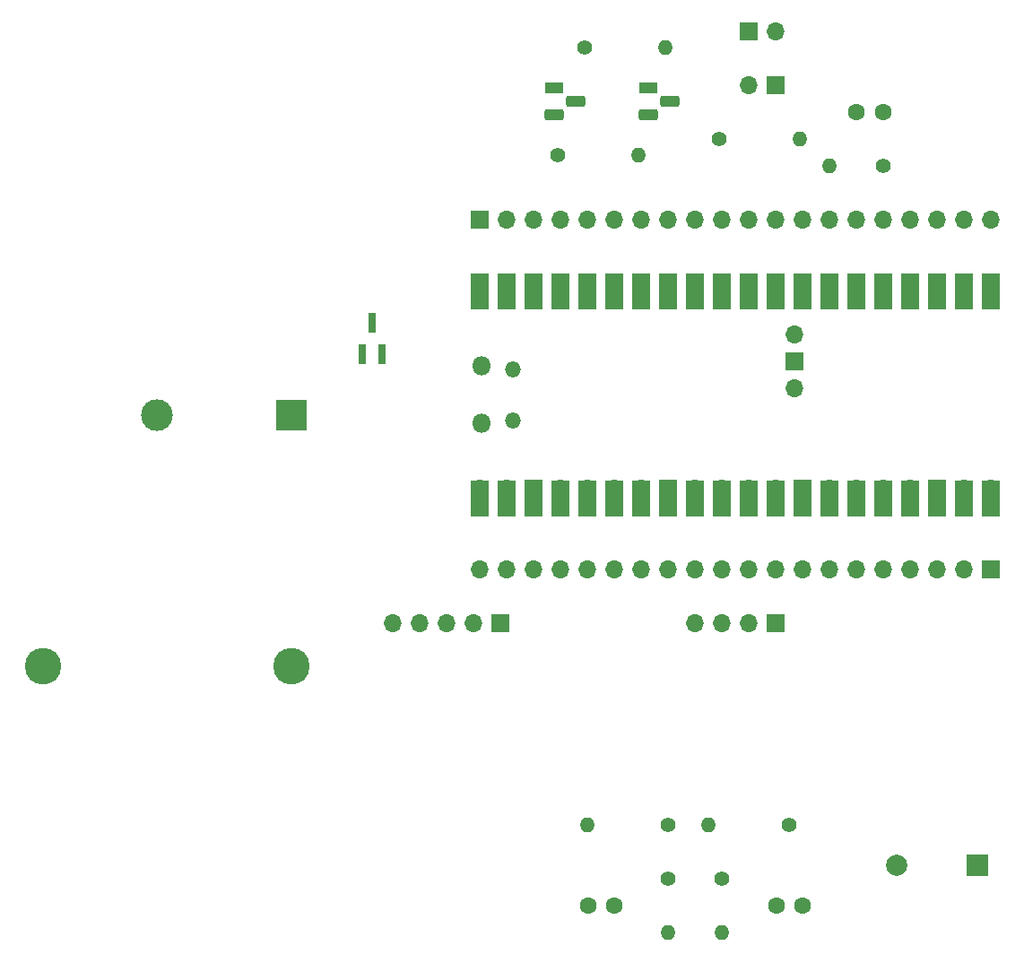
<source format=gts>
G04 #@! TF.GenerationSoftware,KiCad,Pcbnew,7.0.7*
G04 #@! TF.CreationDate,2023-09-14T12:08:29+02:00*
G04 #@! TF.ProjectId,pulsoximeter,70756c73-6f78-4696-9d65-7465722e6b69,rev?*
G04 #@! TF.SameCoordinates,Original*
G04 #@! TF.FileFunction,Soldermask,Top*
G04 #@! TF.FilePolarity,Negative*
%FSLAX46Y46*%
G04 Gerber Fmt 4.6, Leading zero omitted, Abs format (unit mm)*
G04 Created by KiCad (PCBNEW 7.0.7) date 2023-09-14 12:08:29*
%MOMM*%
%LPD*%
G01*
G04 APERTURE LIST*
G04 Aperture macros list*
%AMRoundRect*
0 Rectangle with rounded corners*
0 $1 Rounding radius*
0 $2 $3 $4 $5 $6 $7 $8 $9 X,Y pos of 4 corners*
0 Add a 4 corners polygon primitive as box body*
4,1,4,$2,$3,$4,$5,$6,$7,$8,$9,$2,$3,0*
0 Add four circle primitives for the rounded corners*
1,1,$1+$1,$2,$3*
1,1,$1+$1,$4,$5*
1,1,$1+$1,$6,$7*
1,1,$1+$1,$8,$9*
0 Add four rect primitives between the rounded corners*
20,1,$1+$1,$2,$3,$4,$5,0*
20,1,$1+$1,$4,$5,$6,$7,0*
20,1,$1+$1,$6,$7,$8,$9,0*
20,1,$1+$1,$8,$9,$2,$3,0*%
G04 Aperture macros list end*
%ADD10R,1.700000X1.700000*%
%ADD11O,1.700000X1.700000*%
%ADD12C,1.400000*%
%ADD13O,1.400000X1.400000*%
%ADD14C,1.600000*%
%ADD15R,0.800000X1.900000*%
%ADD16O,1.800000X1.800000*%
%ADD17O,1.500000X1.500000*%
%ADD18R,1.700000X3.500000*%
%ADD19R,1.800000X1.100000*%
%ADD20RoundRect,0.275000X-0.625000X0.275000X-0.625000X-0.275000X0.625000X-0.275000X0.625000X0.275000X0*%
%ADD21R,2.000000X2.000000*%
%ADD22C,2.000000*%
%ADD23C,3.450000*%
%ADD24R,3.000000X3.000000*%
%ADD25C,3.000000*%
G04 APERTURE END LIST*
D10*
X93345000Y-119380000D03*
D11*
X90805000Y-119380000D03*
X88265000Y-119380000D03*
X85725000Y-119380000D03*
X83185000Y-119380000D03*
D10*
X139700000Y-114300000D03*
D11*
X137160000Y-114300000D03*
X134620000Y-114300000D03*
X132080000Y-114300000D03*
X129540000Y-114300000D03*
X127000000Y-114300000D03*
X124460000Y-114300000D03*
X121920000Y-114300000D03*
X119380000Y-114300000D03*
X116840000Y-114300000D03*
X114300000Y-114300000D03*
X111760000Y-114300000D03*
X109220000Y-114300000D03*
X106680000Y-114300000D03*
X104140000Y-114300000D03*
X101600000Y-114300000D03*
X99060000Y-114300000D03*
X96520000Y-114300000D03*
X93980000Y-114300000D03*
X91440000Y-114300000D03*
D12*
X109220000Y-138430000D03*
D13*
X101600000Y-138430000D03*
D12*
X98835000Y-75155000D03*
D13*
X106455000Y-75155000D03*
D12*
X114075000Y-73660000D03*
D13*
X121695000Y-73660000D03*
D12*
X114300000Y-143510000D03*
D13*
X114300000Y-148590000D03*
D14*
X101640000Y-146050000D03*
X104140000Y-146050000D03*
D15*
X80330000Y-93980000D03*
X82230000Y-93980000D03*
X81280000Y-90980000D03*
D12*
X109220000Y-143510000D03*
D13*
X109220000Y-148590000D03*
D16*
X91570000Y-100515000D03*
D17*
X94600000Y-100215000D03*
X94600000Y-95365000D03*
D16*
X91570000Y-95065000D03*
D11*
X91440000Y-106680000D03*
D18*
X91440000Y-107580000D03*
D11*
X93980000Y-106680000D03*
D18*
X93980000Y-107580000D03*
D10*
X96520000Y-106680000D03*
D18*
X96520000Y-107580000D03*
D11*
X99060000Y-106680000D03*
D18*
X99060000Y-107580000D03*
D11*
X101600000Y-106680000D03*
D18*
X101600000Y-107580000D03*
D11*
X104140000Y-106680000D03*
D18*
X104140000Y-107580000D03*
D11*
X106680000Y-106680000D03*
D18*
X106680000Y-107580000D03*
D10*
X109220000Y-106680000D03*
D18*
X109220000Y-107580000D03*
D11*
X111760000Y-106680000D03*
D18*
X111760000Y-107580000D03*
D11*
X114300000Y-106680000D03*
D18*
X114300000Y-107580000D03*
D11*
X116840000Y-106680000D03*
D18*
X116840000Y-107580000D03*
D11*
X119380000Y-106680000D03*
D18*
X119380000Y-107580000D03*
D10*
X121920000Y-106680000D03*
D18*
X121920000Y-107580000D03*
D11*
X124460000Y-106680000D03*
D18*
X124460000Y-107580000D03*
D11*
X127000000Y-106680000D03*
D18*
X127000000Y-107580000D03*
D11*
X129540000Y-106680000D03*
D18*
X129540000Y-107580000D03*
D11*
X132080000Y-106680000D03*
D18*
X132080000Y-107580000D03*
D10*
X134620000Y-106680000D03*
D18*
X134620000Y-107580000D03*
D11*
X137160000Y-106680000D03*
D18*
X137160000Y-107580000D03*
D11*
X139700000Y-106680000D03*
D18*
X139700000Y-107580000D03*
D11*
X139700000Y-88900000D03*
D18*
X139700000Y-88000000D03*
D11*
X137160000Y-88900000D03*
D18*
X137160000Y-88000000D03*
D10*
X134620000Y-88900000D03*
D18*
X134620000Y-88000000D03*
D11*
X132080000Y-88900000D03*
D18*
X132080000Y-88000000D03*
D11*
X129540000Y-88900000D03*
D18*
X129540000Y-88000000D03*
D11*
X127000000Y-88900000D03*
D18*
X127000000Y-88000000D03*
D11*
X124460000Y-88900000D03*
D18*
X124460000Y-88000000D03*
D10*
X121920000Y-88900000D03*
D18*
X121920000Y-88000000D03*
D11*
X119380000Y-88900000D03*
D18*
X119380000Y-88000000D03*
D11*
X116840000Y-88900000D03*
D18*
X116840000Y-88000000D03*
D11*
X114300000Y-88900000D03*
D18*
X114300000Y-88000000D03*
D11*
X111760000Y-88900000D03*
D18*
X111760000Y-88000000D03*
D10*
X109220000Y-88900000D03*
D18*
X109220000Y-88000000D03*
D11*
X106680000Y-88900000D03*
D18*
X106680000Y-88000000D03*
D11*
X104140000Y-88900000D03*
D18*
X104140000Y-88000000D03*
D11*
X101600000Y-88900000D03*
D18*
X101600000Y-88000000D03*
D11*
X99060000Y-88900000D03*
D18*
X99060000Y-88000000D03*
D10*
X96520000Y-88900000D03*
D18*
X96520000Y-88000000D03*
D11*
X93980000Y-88900000D03*
D18*
X93980000Y-88000000D03*
D11*
X91440000Y-88900000D03*
D18*
X91440000Y-88000000D03*
D11*
X121170000Y-97205900D03*
D10*
X121170000Y-94665900D03*
D11*
X121170000Y-92125900D03*
D10*
X91440000Y-81280000D03*
D11*
X93980000Y-81280000D03*
X96520000Y-81280000D03*
X99060000Y-81280000D03*
X101600000Y-81280000D03*
X104140000Y-81280000D03*
X106680000Y-81280000D03*
X109220000Y-81280000D03*
X111760000Y-81280000D03*
X114300000Y-81280000D03*
X116840000Y-81280000D03*
X119380000Y-81280000D03*
X121920000Y-81280000D03*
X124460000Y-81280000D03*
X127000000Y-81280000D03*
X129540000Y-81280000D03*
X132080000Y-81280000D03*
X134620000Y-81280000D03*
X137160000Y-81280000D03*
X139700000Y-81280000D03*
D10*
X119380000Y-68580000D03*
D11*
X116840000Y-68580000D03*
D14*
X129500000Y-71120000D03*
X127000000Y-71120000D03*
X119420000Y-146050000D03*
X121920000Y-146050000D03*
D19*
X98435000Y-68805000D03*
D20*
X100505000Y-70075000D03*
X98435000Y-71345000D03*
D21*
X138420000Y-142240000D03*
D22*
X130820000Y-142240000D03*
D12*
X120650000Y-138430000D03*
D13*
X113030000Y-138430000D03*
D10*
X116840000Y-63500000D03*
D11*
X119380000Y-63500000D03*
D12*
X101375000Y-64995000D03*
D13*
X108995000Y-64995000D03*
D12*
X129540000Y-76200000D03*
D13*
X124460000Y-76200000D03*
D10*
X119380000Y-119380000D03*
D11*
X116840000Y-119380000D03*
X114300000Y-119380000D03*
X111760000Y-119380000D03*
D19*
X107325000Y-68805000D03*
D20*
X109395000Y-70075000D03*
X107325000Y-71345000D03*
D23*
X50160000Y-123415000D03*
X73660000Y-123415000D03*
D24*
X73660000Y-99695000D03*
D25*
X60960000Y-99695000D03*
M02*

</source>
